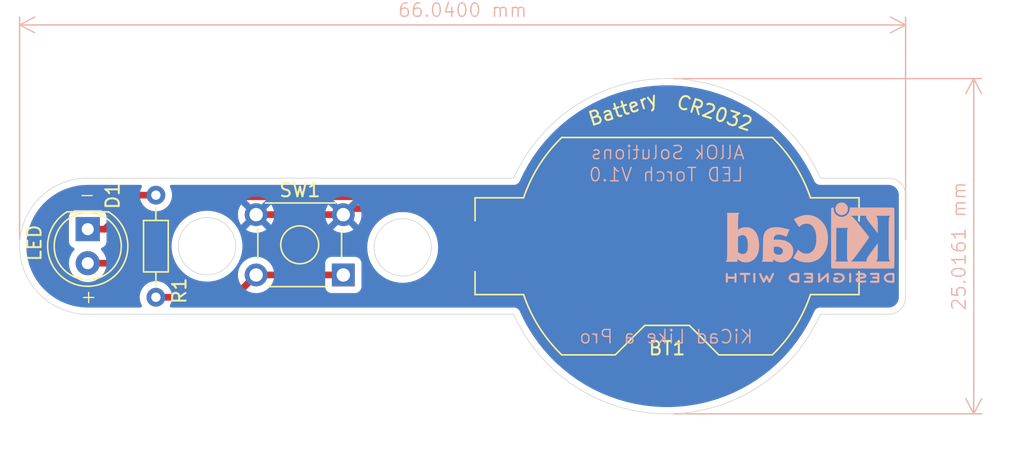
<source format=kicad_pcb>
(kicad_pcb (version 20240108) (generator "pcbnew") (generator_version "8.0")
  (title_block (title "LED Torch") (date "2024-08-21") (rev "1") (company "AllOkay Solutions") (comment 1 "James Owens") (comment 2 "Book KiCad 8 Like a Pro 4e") (comment 3 "Section 1.4"))
  (layers (0 "F.Cu" signal) (31 "B.Cu" signal) (34 "B.Paste" user) (35 "F.Paste" user) (36 "B.SilkS" user "B.Silkscreen") (37 "F.SilkS" user "F.Silkscreen") (38 "B.Mask" user) (39 "F.Mask" user) (44 "Edge.Cuts" user))
  (net 0 "")
  (net 1 "/LED_cathode")
  (net 2 "/BATT_pos")
  (net 3 "/LED_anode")
  (net 4 "Net-(SW1A-A)")
  (footprint "Resistor_THT:R_Axial_DIN0204_L3.6mm_D1.6mm_P7.62mm_Horizontal" (layer "F.Cu") (at 134.62 87.63 -90)
    (property "Reference" "R1" (at 7.1329 -1.753494 90) (layer "F.SilkS"))
    (property "Value" "R")
    (pad "1" thru_hole circle (at 0 0 270) (size 1.4 1.4) (drill 0.7) (layers "*.Cu" "*.Mask") (net 3 "/LED_anode"))
    (pad "2" thru_hole oval (at 7.62 0 270) (size 1.4 1.4) (drill 0.7) (layers "*.Cu" "*.Mask") (net 4 "Net-(SW1A-A)"))
  )
  (footprint "Battery:BatteryHolder_Keystone_1058_1x2032" (layer "F.Cu") (at 172.72 91.44)
    (property "Reference" "BT1" (at 0 7.62 0) (layer "F.SilkS"))
    (property "Value" "Battery" (at -3.287163 -10.252646 18) (layer "F.SilkS"))
    (pad "1" smd rect (at -14.68 0) (size 2.54 3.51) (layers "F.Cu" "F.Paste" "F.Mask") (net 2 "/BATT_pos"))
    (pad "2" smd rect (at 14.68 0) (size 2.54 3.51) (layers "F.Cu" "F.Paste" "F.Mask") (net 1 "/LED_cathode"))
  )
  (footprint "Button_Switch_THT:SW_TH_Tactile_Omron_B3F-10xx" (layer "F.Cu") (at 148.59 93.58649 180)
    (property "Reference" "SW1" (at 3.237313 6.324669 0) (layer "F.SilkS"))
    (property "Value" "SW_DPST_x2")
    (pad "1" thru_hole rect (at 0 0 180) (size 1.7 1.7) (drill 1) (layers "*.Cu" "*.Mask") (net 4 "Net-(SW1A-A)"))
    (pad "1" thru_hole circle (at 6.5 0 180) (size 1.7 1.7) (drill 1) (layers "*.Cu" "*.Mask") (net 4 "Net-(SW1A-A)"))
    (pad "2" thru_hole circle (at 0 4.5 180) (size 1.7 1.7) (drill 1) (layers "*.Cu" "*.Mask") (net 2 "/BATT_pos"))
    (pad "2" thru_hole circle (at 6.5 4.5 180) (size 1.7 1.7) (drill 1) (layers "*.Cu" "*.Mask") (net 2 "/BATT_pos"))
  )
  (footprint "LED_THT:LED_D5.0mm" (layer "F.Cu") (at 129.54 90.17 -90)
    (property "Reference" "D1" (at -2.47 -1.86 -90) (layer "F.SilkS"))
    (property "Value" "LED" (at 1.028851 3.969165 -90) (layer "F.SilkS"))
    (pad "1" thru_hole rect (at 0 0 270) (size 1.8 1.8) (drill 0.9) (layers "*.Cu" "*.Mask") (net 3 "/LED_anode"))
    (pad "2" thru_hole circle (at 2.54 0 270) (size 1.8 1.8) (drill 0.9) (layers "*.Cu" "*.Mask") (net 1 "/LED_cathode"))
  )
  (footprint "Symbol:KiCad-Logo2_5mm_SilkScreen" (layer "B.Cu") (at 183.392929 91.164618 180)
    (property "Reference" "REF1" (hide yes))
    (property "Value" "KiCad-Logo2_5mm_SilkScreen" (hide yes))
  )
  (gr_line (start 184.15 96.52) (end 189.23 96.52) (stroke (width 0.05)) (layer "Edge.Cuts"))
  (gr_arc (start 189.23 86.36) (mid 190.128026 86.731974) (end 190.5 87.63) (stroke (width 0.05)) (layer "Edge.Cuts"))
  (gr_circle (center 153.016682 91.528891) (end 155.152682 91.528891) (stroke (width 0.05)) (fill none) (layer "Edge.Cuts"))
  (gr_line (start 190.5 87.63) (end 190.5 95.25) (stroke (width 0.05)) (layer "Edge.Cuts"))
  (gr_arc (start 190.5 95.25) (mid 190.128026 96.148026) (end 189.23 96.52) (stroke (width 0.05)) (layer "Edge.Cuts"))
  (gr_circle (center 138.43 91.44) (end 140.566 91.44) (stroke (width 0.05)) (fill none) (layer "Edge.Cuts"))
  (gr_line (start 129.54 86.36) (end 161.29 86.36) (stroke (width 0.05)) (layer "Edge.Cuts"))
  (gr_arc (start 129.54 96.52) (mid 124.46 91.44) (end 129.54 86.36) (stroke (width 0.05)) (layer "Edge.Cuts"))
  (gr_line (start 184.15 86.36) (end 189.23 86.36) (stroke (width 0.05)) (layer "Edge.Cuts"))
  (gr_line (start 161.29 96.52) (end 129.54 96.52) (stroke (width 0.05)) (layer "Edge.Cuts"))
  (gr_arc (start 184.15 96.52) (mid 172.72 103.948049) (end 161.29 96.52) (stroke (width 0.05)) (layer "Edge.Cuts"))
  (gr_arc (start 161.29 86.36) (mid 172.72 78.931951) (end 184.15 86.36) (stroke (width 0.05)) (layer "Edge.Cuts"))
  (gr_text "KiCad Like a Pro" (at 179.196883 98.779664 0) (layer "B.SilkS") (effects (font (size 1 1) (thickness 0.1)) (justify left bottom mirror)))
  (gr_text "LED Torch V1.0" (at 178.482001 86.688836 0) (layer "B.SilkS") (effects (font (size 1 1) (thickness 0.1)) (justify left bottom mirror)))
  (gr_text "AllOk Solutions" (at 178.575247 85.041499 0) (layer "B.SilkS") (effects (font (size 1 1) (thickness 0.1)) (justify left bottom mirror)))
  (gr_text "_" (at 129.048696 87.695466 0) (layer "F.SilkS") (effects (font (size 1 1) (thickness 0.1)) (justify left bottom)))
  (gr_text "+" (at 128.924369 95.776739 0) (layer "F.SilkS") (effects (font (size 1 1) (thickness 0.1)) (justify left bottom)))
  (gr_text "CR2032" (at 173.224819 81.12519 342) (layer "F.SilkS") (effects (font (size 1 1)) (justify left bottom)))
  (dimension (type aligned) (layer "B.SilkS") (pts (xy 172.72 103.948049) (xy 172.72 78.931951)) (height 22.86) (gr_text "25,0161 mm" (at 194.48 91.44 90) (layer "B.SilkS") (effects (font (size 1 1) (thickness 0.1)))) (format (prefix "") (suffix "") (units 3) (units_format 1) (precision 4)) (style (thickness 0.1) (arrow_length 1.27) (text_position_mode 0) (extension_height 0.58642) (extension_offset 0.5) keep_text_aligned))
  (dimension (type aligned) (layer "B.SilkS") (pts (xy 124.46 91.44) (xy 190.5 91.44)) (height -16.51) (gr_text "66,0400 mm" (at 157.48 73.83 0) (layer "B.SilkS") (effects (font (size 1 1) (thickness 0.1)))) (format (prefix "") (suffix "") (units 3) (units_format 1) (precision 4)) (style (thickness 0.1) (arrow_length 1.27) (text_position_mode 0) (extension_height 0.58642) (extension_offset 0.5) keep_text_aligned))
  (segment (start 163.95 87.75) (end 167.64 91.44) (width 0.5) (layer "F.Cu") (net 1))
  (segment (start 167.64 91.44) (end 187.4 91.44) (width 0.5) (layer "F.Cu") (net 1))
  (segment (start 129.54 92.71) (end 132.24 92.71) (width 0.5) (layer "F.Cu") (net 1))
  (segment (start 137.2 87.75) (end 163.95 87.75) (width 0.5) (layer "F.Cu") (net 1))
  (segment (start 132.24 92.71) (end 137.2 87.75) (width 0.5) (layer "F.Cu") (net 1))
  (segment (start 149.042858 88.633632) (end 148.59 89.08649) (width 0.5) (layer "F.Cu") (net 2))
  (segment (start 155.233632 88.633632) (end 149.042858 88.633632) (width 0.5) (layer "F.Cu") (net 2))
  (segment (start 142.09 89.08649) (end 148.59 89.08649) (width 0.5) (layer "F.Cu") (net 2))
  (segment (start 158.04 91.44) (end 155.233632 88.633632) (width 0.5) (layer "F.Cu") (net 2))
  (segment (start 133.35 87.63) (end 134.62 87.63) (width 0.5) (layer "F.Cu") (net 3))
  (segment (start 129.54 90.17) (end 130.81 90.17) (width 0.5) (layer "F.Cu") (net 3))
  (segment (start 130.81 90.17) (end 133.35 87.63) (width 0.5) (layer "F.Cu") (net 3))
  (segment (start 134.62 95.25) (end 140.42649 95.25) (width 0.5) (layer "F.Cu") (net 4))
  (segment (start 148.59 93.58649) (end 142.09 93.58649) (width 0.5) (layer "F.Cu") (net 4))
  (segment (start 140.42649 95.25) (end 142.09 93.58649) (width 0.5) (layer "F.Cu") (net 4))
  (zone (net 2) (net_name "/BATT_pos") (layer "B.Cu") (connect_pads (clearance 0.5)) (min_thickness 0.25) (fill yes (thermal_gap 0.5) (thermal_bridge_width 0.5))
    (polygon (pts (xy 123 78.5) (xy 193 78.5) (xy 193 104) (xy 189 108) (xy 123 108)))
  )
)
</source>
